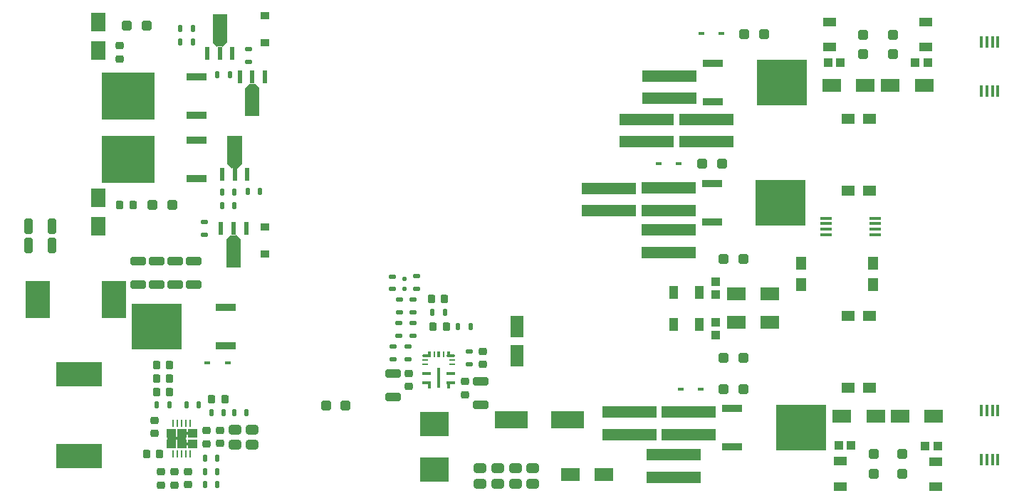
<source format=gbr>
%TF.GenerationSoftware,KiCad,Pcbnew,9.0.3+1*%
%TF.CreationDate,2025-08-21T21:39:02+01:00*%
%TF.ProjectId,Elytra,456c7974-7261-42e6-9b69-6361645f7063,rev?*%
%TF.SameCoordinates,Original*%
%TF.FileFunction,Paste,Top*%
%TF.FilePolarity,Positive*%
%FSLAX46Y46*%
G04 Gerber Fmt 4.6, Leading zero omitted, Abs format (unit mm)*
G04 Created by KiCad (PCBNEW 9.0.3+1) date 2025-08-21 21:39:02*
%MOMM*%
%LPD*%
G01*
G04 APERTURE LIST*
G04 Aperture macros list*
%AMRoundRect*
0 Rectangle with rounded corners*
0 $1 Rounding radius*
0 $2 $3 $4 $5 $6 $7 $8 $9 X,Y pos of 4 corners*
0 Add a 4 corners polygon primitive as box body*
4,1,4,$2,$3,$4,$5,$6,$7,$8,$9,$2,$3,0*
0 Add four circle primitives for the rounded corners*
1,1,$1+$1,$2,$3*
1,1,$1+$1,$4,$5*
1,1,$1+$1,$6,$7*
1,1,$1+$1,$8,$9*
0 Add four rect primitives between the rounded corners*
20,1,$1+$1,$2,$3,$4,$5,0*
20,1,$1+$1,$4,$5,$6,$7,0*
20,1,$1+$1,$6,$7,$8,$9,0*
20,1,$1+$1,$8,$9,$2,$3,0*%
G04 Aperture macros list end*
%ADD10C,0.000000*%
%ADD11R,6.520000X1.440000*%
%ADD12RoundRect,0.125000X0.125000X0.281400X-0.125000X0.281400X-0.125000X-0.281400X0.125000X-0.281400X0*%
%ADD13RoundRect,0.125000X-0.125000X-0.281400X0.125000X-0.281400X0.125000X0.281400X-0.125000X0.281400X0*%
%ADD14RoundRect,0.125000X-0.281400X0.125000X-0.281400X-0.125000X0.281400X-0.125000X0.281400X0.125000X0*%
%ADD15RoundRect,0.230000X0.230000X0.260000X-0.230000X0.260000X-0.230000X-0.260000X0.230000X-0.260000X0*%
%ADD16RoundRect,0.125000X0.281400X-0.125000X0.281400X0.125000X-0.281400X0.125000X-0.281400X-0.125000X0*%
%ADD17R,0.508000X1.625600*%
%ADD18R,0.609600X1.625600*%
%ADD19R,5.918200X5.511800*%
%ADD20R,2.489200X0.939800*%
%ADD21RoundRect,0.250000X-0.475000X0.325000X-0.475000X-0.325000X0.475000X-0.325000X0.475000X0.325000X0*%
%ADD22R,0.711200X0.406400*%
%ADD23R,1.600000X1.000000*%
%ADD24RoundRect,0.250000X-0.325000X-0.325000X0.325000X-0.325000X0.325000X0.325000X-0.325000X0.325000X0*%
%ADD25RoundRect,0.227500X-0.307500X0.227500X-0.307500X-0.227500X0.307500X-0.227500X0.307500X0.227500X0*%
%ADD26RoundRect,0.250000X0.325000X-0.325000X0.325000X0.325000X-0.325000X0.325000X-0.325000X-0.325000X0*%
%ADD27RoundRect,0.250000X-0.660000X0.260000X-0.660000X-0.260000X0.660000X-0.260000X0.660000X0.260000X0*%
%ADD28R,1.000000X1.600000*%
%ADD29R,3.500000X2.950000*%
%ADD30R,2.250000X1.600000*%
%ADD31R,1.050000X1.000000*%
%ADD32R,1.500000X1.300000*%
%ADD33R,1.600000X2.500000*%
%ADD34R,1.000000X1.050000*%
%ADD35R,3.900000X2.100000*%
%ADD36RoundRect,0.250000X-0.325000X0.325000X-0.325000X-0.325000X0.325000X-0.325000X0.325000X0.325000X0*%
%ADD37RoundRect,0.062500X-0.287500X0.062500X-0.287500X-0.062500X0.287500X-0.062500X0.287500X0.062500X0*%
%ADD38RoundRect,0.050000X-0.450000X0.150000X-0.450000X-0.150000X0.450000X-0.150000X0.450000X0.150000X0*%
%ADD39RoundRect,0.050000X-0.150000X-0.350000X0.150000X-0.350000X0.150000X0.350000X-0.150000X0.350000X0*%
%ADD40RoundRect,0.050000X0.450000X-0.150000X0.450000X0.150000X-0.450000X0.150000X-0.450000X-0.150000X0*%
%ADD41RoundRect,0.050000X-0.150000X-1.150000X0.150000X-1.150000X0.150000X1.150000X-0.150000X1.150000X0*%
%ADD42RoundRect,0.050000X-0.300000X0.075000X-0.300000X-0.075000X0.300000X-0.075000X0.300000X0.075000X0*%
%ADD43RoundRect,0.050000X0.450000X0.125000X-0.450000X0.125000X-0.450000X-0.125000X0.450000X-0.125000X0*%
%ADD44RoundRect,0.050000X-0.150000X-0.300000X0.150000X-0.300000X0.150000X0.300000X-0.150000X0.300000X0*%
%ADD45RoundRect,0.050000X-0.075000X-0.300000X0.075000X-0.300000X0.075000X0.300000X-0.075000X0.300000X0*%
%ADD46RoundRect,0.075000X-0.075000X-0.275000X0.075000X-0.275000X0.075000X0.275000X-0.075000X0.275000X0*%
%ADD47RoundRect,0.062500X-0.062500X-0.287500X0.062500X-0.287500X0.062500X0.287500X-0.062500X0.287500X0*%
%ADD48RoundRect,0.250000X0.325000X0.325000X-0.325000X0.325000X-0.325000X-0.325000X0.325000X-0.325000X0*%
%ADD49RoundRect,0.127000X-0.127000X0.152400X-0.127000X-0.152400X0.127000X-0.152400X0.127000X0.152400X0*%
%ADD50R,1.300000X1.500000*%
%ADD51R,0.450000X1.475000*%
%ADD52R,1.475000X0.450000*%
%ADD53R,6.299200X5.562600*%
%ADD54R,5.410200X2.895600*%
%ADD55RoundRect,0.250000X0.260000X0.660000X-0.260000X0.660000X-0.260000X-0.660000X0.260000X-0.660000X0*%
%ADD56RoundRect,0.250000X0.660000X-0.260000X0.660000X0.260000X-0.660000X0.260000X-0.660000X-0.260000X0*%
%ADD57R,2.311400X0.304800*%
%ADD58R,0.254000X0.889000*%
%ADD59R,2.950000X4.500000*%
%ADD60R,1.651000X2.184400*%
%ADD61RoundRect,0.230000X-0.260000X0.230000X-0.260000X-0.230000X0.260000X-0.230000X0.260000X0.230000X0*%
%ADD62RoundRect,0.230000X0.260000X-0.230000X0.260000X0.230000X-0.260000X0.230000X-0.260000X-0.230000X0*%
%ADD63RoundRect,0.230000X-0.230000X-0.260000X0.230000X-0.260000X0.230000X0.260000X-0.230000X0.260000X0*%
G04 APERTURE END LIST*
D10*
%TO.C,T1*%
G36*
X116179401Y-93188800D02*
G01*
X116179401Y-96554300D01*
X114477601Y-96554300D01*
X114477601Y-93188800D01*
X115023701Y-92642700D01*
X115023701Y-92718900D01*
X115633301Y-92718900D01*
X115633301Y-92642700D01*
X116179401Y-93188800D01*
G37*
%TO.C,T3*%
G36*
X114550900Y-69767300D02*
G01*
X114004800Y-70313400D01*
X114004800Y-70237200D01*
X113395200Y-70237200D01*
X113395200Y-70313400D01*
X112849100Y-69767300D01*
X112849100Y-66401800D01*
X114550900Y-66401800D01*
X114550900Y-69767300D01*
G37*
%TO.C,T4*%
G36*
X118425900Y-75182700D02*
G01*
X118425900Y-78548200D01*
X116724100Y-78548200D01*
X116724100Y-75182700D01*
X117270200Y-74636600D01*
X117270200Y-74712800D01*
X117879800Y-74712800D01*
X117879800Y-74636600D01*
X118425900Y-75182700D01*
G37*
%TO.C,T2*%
G36*
X116322400Y-84211200D02*
G01*
X115776300Y-84757300D01*
X115776300Y-84681100D01*
X115166700Y-84681100D01*
X115166700Y-84757300D01*
X114620600Y-84211200D01*
X114620600Y-80845700D01*
X116322400Y-80845700D01*
X116322400Y-84211200D01*
G37*
%TO.C,U6*%
G36*
X108447872Y-116807098D02*
G01*
X107377872Y-116807098D01*
X107377872Y-115737098D01*
X108447872Y-115737098D01*
X108447872Y-116807098D01*
G37*
G36*
X108447872Y-116807098D02*
G01*
X107377872Y-116807098D01*
X107377872Y-115737098D01*
X108447872Y-115737098D01*
X108447872Y-116807098D01*
G37*
G36*
X108447872Y-118077098D02*
G01*
X107377872Y-118077098D01*
X107377872Y-117007098D01*
X108447872Y-117007098D01*
X108447872Y-118077098D01*
G37*
G36*
X108447872Y-118077098D02*
G01*
X107377872Y-118077098D01*
X107377872Y-117007098D01*
X108447872Y-117007098D01*
X108447872Y-118077098D01*
G37*
G36*
X109717872Y-116807098D02*
G01*
X108647872Y-116807098D01*
X108647872Y-115737098D01*
X109717872Y-115737098D01*
X109717872Y-116807098D01*
G37*
G36*
X109717872Y-116807098D02*
G01*
X108647872Y-116807098D01*
X108647872Y-115737098D01*
X109717872Y-115737098D01*
X109717872Y-116807098D01*
G37*
G36*
X109717872Y-118077098D02*
G01*
X108647872Y-118077098D01*
X108647872Y-117007098D01*
X109717872Y-117007098D01*
X109717872Y-118077098D01*
G37*
G36*
X109717872Y-118077098D02*
G01*
X108647872Y-118077098D01*
X108647872Y-117007098D01*
X109717872Y-117007098D01*
X109717872Y-118077098D01*
G37*
G36*
X110987872Y-116807098D02*
G01*
X109917872Y-116807098D01*
X109917872Y-115737098D01*
X110987872Y-115737098D01*
X110987872Y-116807098D01*
G37*
G36*
X110987872Y-116807098D02*
G01*
X109917872Y-116807098D01*
X109917872Y-115737098D01*
X110987872Y-115737098D01*
X110987872Y-116807098D01*
G37*
G36*
X110987872Y-118077098D02*
G01*
X109917872Y-118077098D01*
X109917872Y-117007098D01*
X110987872Y-117007098D01*
X110987872Y-118077098D01*
G37*
G36*
X110987872Y-118077098D02*
G01*
X109917872Y-118077098D01*
X109917872Y-117007098D01*
X110987872Y-117007098D01*
X110987872Y-118077098D01*
G37*
%TD*%
D11*
%TO.C,R31*%
X167162600Y-76440000D03*
X167162600Y-73760000D03*
%TD*%
%TO.C,R29*%
X171587600Y-78900000D03*
X171587600Y-81580000D03*
%TD*%
%TO.C,R30*%
X164487600Y-78910000D03*
X164487600Y-81590000D03*
%TD*%
D12*
%TO.C,R2*%
X110478501Y-68100000D03*
X108978501Y-68100000D03*
%TD*%
D13*
%TO.C,R1*%
X108978501Y-69700000D03*
X110478501Y-69700000D03*
%TD*%
D14*
%TO.C,R3*%
X117150000Y-70600000D03*
X117150000Y-72100000D03*
%TD*%
D13*
%TO.C,R5*%
X113400000Y-73575000D03*
X114900000Y-73575000D03*
%TD*%
D15*
%TO.C,C15*%
X112757876Y-112207096D03*
X114307876Y-112207096D03*
%TD*%
D16*
%TO.C,R37*%
X111900000Y-92650000D03*
X111900000Y-91150000D03*
%TD*%
D12*
%TO.C,R36*%
X118500000Y-87500000D03*
X117000000Y-87500000D03*
%TD*%
%TO.C,R6*%
X115450000Y-87600000D03*
X113950000Y-87600000D03*
%TD*%
D17*
%TO.C,T1*%
X116828501Y-91906100D03*
D18*
X115328501Y-91906100D03*
D17*
X113828501Y-91906100D03*
%TD*%
%TO.C,T3*%
X112200000Y-71050000D03*
D18*
X113700000Y-71050000D03*
D17*
X115200000Y-71050000D03*
%TD*%
%TO.C,T4*%
X119075000Y-73900000D03*
D18*
X117575000Y-73900000D03*
D17*
X116075000Y-73900000D03*
%TD*%
%TO.C,T2*%
X113971500Y-85493900D03*
D18*
X115471500Y-85493900D03*
D17*
X116971500Y-85493900D03*
%TD*%
D16*
%TO.C,R_FF1*%
X134257340Y-97615495D03*
X134257340Y-99115495D03*
%TD*%
D19*
%TO.C,U7*%
X182787599Y-115600000D03*
D20*
X174608799Y-117886000D03*
X174608799Y-113314000D03*
%TD*%
D21*
%TO.C,C20*%
X117509893Y-117615458D03*
X117509893Y-115815458D03*
%TD*%
D22*
%TO.C,CR11*%
X168281400Y-84200000D03*
X165893800Y-84200000D03*
%TD*%
D14*
%TO.C,R_RT1*%
X136657341Y-104643995D03*
X136657341Y-103143995D03*
%TD*%
D23*
%TO.C,F6*%
X197652600Y-67300000D03*
X197652600Y-70300000D03*
%TD*%
D21*
%TO.C,C_OUT4*%
X144636157Y-122250000D03*
X144636157Y-120450000D03*
%TD*%
D24*
%TO.C,R9*%
X175937600Y-111050000D03*
X173587600Y-111050000D03*
%TD*%
D21*
%TO.C,C_OUT3*%
X146737600Y-122250000D03*
X146737600Y-120450000D03*
%TD*%
D25*
%TO.C,D1*%
X119087599Y-66594999D03*
X119087599Y-69804999D03*
%TD*%
D24*
%TO.C,R34*%
X178437600Y-68800000D03*
X176087600Y-68800000D03*
%TD*%
D11*
%TO.C,R24*%
X167087600Y-94740000D03*
X167087600Y-92060000D03*
%TD*%
D26*
%TO.C,R32*%
X193712600Y-68825000D03*
X193712600Y-71175000D03*
%TD*%
D27*
%TO.C,C_IN1*%
X134272602Y-111924997D03*
X134272602Y-109124999D03*
%TD*%
D28*
%TO.C,F3*%
X167687600Y-99550000D03*
X170687600Y-99550000D03*
%TD*%
D11*
%TO.C,R12*%
X162387600Y-113760000D03*
X162387600Y-116440000D03*
%TD*%
D16*
%TO.C,R_RT2*%
X134957339Y-103143996D03*
X134957339Y-104643996D03*
%TD*%
D11*
%TO.C,R14*%
X169487600Y-113760000D03*
X169487600Y-116440000D03*
%TD*%
%TO.C,R26*%
X159950000Y-87120000D03*
X159950000Y-89800000D03*
%TD*%
D29*
%TO.C,L_SW1*%
X139257337Y-120618996D03*
X139257337Y-115168996D03*
%TD*%
D30*
%TO.C,D7*%
X175087598Y-103100000D03*
X179087598Y-103100000D03*
%TD*%
D14*
%TO.C,R_FBB2*%
X136657339Y-101893995D03*
X136657339Y-100393995D03*
%TD*%
D31*
%TO.C,CR9*%
X186002600Y-72150000D03*
X187502600Y-72150000D03*
%TD*%
D32*
%TO.C,K5*%
X188377600Y-78875000D03*
X190917600Y-78875000D03*
X190917600Y-87425000D03*
X188377600Y-87425000D03*
%TD*%
D24*
%TO.C,R27*%
X175962600Y-107300000D03*
X173612600Y-107300000D03*
%TD*%
D19*
%TO.C,U9*%
X180502900Y-74500000D03*
D20*
X172324100Y-76786000D03*
X172324100Y-72214000D03*
%TD*%
D13*
%TO.C,R_BIAS1*%
X143537600Y-103600000D03*
X142037600Y-103600000D03*
%TD*%
D11*
%TO.C,R13*%
X167687600Y-121540000D03*
X167687600Y-118860000D03*
%TD*%
D31*
%TO.C,CR6*%
X187287599Y-117750003D03*
X188787599Y-117750003D03*
%TD*%
D33*
%TO.C,C_IN-BLK1*%
X149051086Y-103537744D03*
X149051086Y-107037744D03*
%TD*%
D13*
%TO.C,R20*%
X116900000Y-113850000D03*
X115400000Y-113850000D03*
%TD*%
D21*
%TO.C,C_OUT2*%
X148837599Y-122250000D03*
X148837599Y-120450000D03*
%TD*%
D34*
%TO.C,CR8*%
X172637600Y-103100000D03*
X172637600Y-104600000D03*
%TD*%
%TO.C,CR7*%
X172637600Y-99750000D03*
X172637600Y-98250000D03*
%TD*%
D32*
%TO.C,K3*%
X190917600Y-110900000D03*
X188377600Y-110900000D03*
X188377600Y-102350000D03*
X190917600Y-102350000D03*
%TD*%
D35*
%TO.C,C_OUT5*%
X148351086Y-114637744D03*
X155051086Y-114637744D03*
%TD*%
D36*
%TO.C,R15*%
X191487600Y-121099999D03*
X191487600Y-118749999D03*
%TD*%
D23*
%TO.C,F1*%
X198837599Y-122650002D03*
X198837599Y-119650002D03*
%TD*%
D27*
%TO.C,C_IN2*%
X144757339Y-112893996D03*
X144757339Y-110093996D03*
%TD*%
D19*
%TO.C,U8*%
X180408650Y-88850000D03*
D20*
X172229850Y-91136000D03*
X172229850Y-86564000D03*
%TD*%
D26*
%TO.C,R28*%
X190157600Y-68825000D03*
X190157600Y-71175000D03*
%TD*%
D16*
%TO.C,R_ENB1*%
X134337600Y-105950000D03*
X134337600Y-107450000D03*
%TD*%
D30*
%TO.C,D5*%
X187677599Y-114224999D03*
X191677599Y-114224999D03*
%TD*%
D24*
%TO.C,R18*%
X175957598Y-95520000D03*
X173607598Y-95520000D03*
%TD*%
D14*
%TO.C,R_BT1*%
X143387599Y-108075000D03*
X143387599Y-106575000D03*
%TD*%
D23*
%TO.C,F2*%
X187487599Y-122600001D03*
X187487599Y-119600001D03*
%TD*%
D37*
%TO.C,U1*%
X141357338Y-107568996D03*
X141357338Y-108068995D03*
D38*
X141207339Y-109143994D03*
D39*
X140907339Y-110493994D03*
D40*
X141207339Y-110293995D03*
D41*
X139757339Y-109693996D03*
D39*
X138607339Y-110483994D03*
D38*
X138307339Y-110283995D03*
X138307339Y-109143994D03*
D42*
X138157340Y-108068995D03*
X138157340Y-107568996D03*
D43*
X138307339Y-107018995D03*
D44*
X138607339Y-106843996D03*
D45*
X139232339Y-106843996D03*
D46*
X139757339Y-106843996D03*
D47*
X140282339Y-106843996D03*
D43*
X141207339Y-107018995D03*
D44*
X140907339Y-106843996D03*
%TD*%
D28*
%TO.C,F4*%
X167687600Y-103300000D03*
X170687600Y-103300000D03*
%TD*%
D48*
%TO.C,R11*%
X126312600Y-113000000D03*
X128662600Y-113000000D03*
%TD*%
D30*
%TO.C,D9*%
X197437600Y-74850000D03*
X193437600Y-74850000D03*
%TD*%
D24*
%TO.C,R33*%
X173437600Y-84200000D03*
X171087600Y-84200000D03*
%TD*%
D21*
%TO.C,C21*%
X115509896Y-117615452D03*
X115509896Y-115815452D03*
%TD*%
D23*
%TO.C,F5*%
X186212600Y-67300000D03*
X186212600Y-70300000D03*
%TD*%
D49*
%TO.C,C_FF1*%
X135657339Y-99050000D03*
X135657339Y-97907000D03*
%TD*%
D31*
%TO.C,CR10*%
X197862600Y-72150000D03*
X196362600Y-72150000D03*
%TD*%
D22*
%TO.C,CR3*%
X170887600Y-111000000D03*
X168500000Y-111000000D03*
%TD*%
D36*
%TO.C,R10*%
X194887600Y-121100004D03*
X194887600Y-118750004D03*
%TD*%
D14*
%TO.C,R_FBT1*%
X137074841Y-99073896D03*
X137074841Y-97573896D03*
%TD*%
D30*
%TO.C,D4*%
X198577601Y-114225000D03*
X194577601Y-114225000D03*
%TD*%
D22*
%TO.C,CR12*%
X173375200Y-68700000D03*
X170987600Y-68700000D03*
%TD*%
D14*
%TO.C,R_ENT1*%
X136057339Y-107443994D03*
X136057339Y-105943994D03*
%TD*%
D50*
%TO.C,K4*%
X182862600Y-98600000D03*
X182862600Y-96060000D03*
X191412600Y-96060000D03*
X191412600Y-98600000D03*
%TD*%
D30*
%TO.C,D3*%
X155387600Y-121200000D03*
X159387600Y-121200000D03*
%TD*%
D16*
%TO.C,R_FBB1*%
X135057340Y-100393995D03*
X135057340Y-101893995D03*
%TD*%
D30*
%TO.C,D6*%
X175087598Y-99724999D03*
X179087598Y-99724999D03*
%TD*%
D31*
%TO.C,CR4*%
X199064130Y-117777360D03*
X197564130Y-117777360D03*
%TD*%
D11*
%TO.C,R25*%
X167093350Y-87110000D03*
X167093350Y-89790000D03*
%TD*%
D30*
%TO.C,D8*%
X186427600Y-74860000D03*
X190427600Y-74860000D03*
%TD*%
D13*
%TO.C,R_PG1*%
X140507340Y-101893995D03*
X139007340Y-101893995D03*
%TD*%
D21*
%TO.C,C_OUT1*%
X150937597Y-122250000D03*
X150937597Y-120450000D03*
%TD*%
D25*
%TO.C,D2*%
X119087500Y-91715000D03*
X119087500Y-94925000D03*
%TD*%
D51*
%TO.C,IC1*%
X206227600Y-119451000D03*
X205577600Y-119451000D03*
X204927600Y-119451000D03*
X204277600Y-119451000D03*
X204277600Y-113575000D03*
X204927600Y-113575000D03*
X205577600Y-113575000D03*
X206227600Y-113575000D03*
%TD*%
D52*
%TO.C,IC2*%
X185749600Y-92625000D03*
X185749600Y-91975000D03*
X185749600Y-91325000D03*
X185749600Y-90675000D03*
X191625600Y-90675000D03*
X191625600Y-91325000D03*
X191625600Y-91975000D03*
X191625600Y-92625000D03*
%TD*%
D51*
%TO.C,IC3*%
X206227600Y-75550000D03*
X205577600Y-75550000D03*
X204927600Y-75550000D03*
X204277600Y-75550000D03*
X204277600Y-69674000D03*
X204927600Y-69674000D03*
X205577600Y-69674000D03*
X206227600Y-69674000D03*
%TD*%
D20*
%TO.C,U11*%
X110936271Y-78466626D03*
X110936271Y-73894626D03*
D53*
X102782871Y-76180626D03*
%TD*%
D20*
%TO.C,U3*%
X110936271Y-85966626D03*
X110936271Y-81394626D03*
D53*
X102782871Y-83680626D03*
%TD*%
D13*
%TO.C,R35*%
X113950000Y-89200000D03*
X115450000Y-89200000D03*
%TD*%
%TO.C,R23*%
X111932875Y-119255627D03*
X113432875Y-119255627D03*
%TD*%
%TO.C,R17*%
X106182875Y-112907098D03*
X107682875Y-112907098D03*
%TD*%
%TO.C,R19*%
X112687371Y-113793761D03*
X114187371Y-113793761D03*
%TD*%
D48*
%TO.C,R8*%
X108082869Y-89080626D03*
X105732869Y-89080626D03*
%TD*%
D20*
%TO.C,U10*%
X114390621Y-105890155D03*
X114390621Y-101318155D03*
D19*
X106211821Y-103604155D03*
%TD*%
D54*
%TO.C,L2*%
X96932871Y-109279227D03*
X96932871Y-118982027D03*
%TD*%
D55*
%TO.C,C1*%
X93782872Y-93950625D03*
X90982872Y-93950625D03*
%TD*%
D56*
%TO.C,C3*%
X106232871Y-98580627D03*
X106232871Y-95780627D03*
%TD*%
D57*
%TO.C,U6*%
X108532873Y-116907098D03*
D58*
X108182871Y-118757097D03*
X108682873Y-118757097D03*
X109182872Y-118757097D03*
X109682871Y-118757097D03*
X110182873Y-118757097D03*
D57*
X109832871Y-117507097D03*
X109832871Y-116307099D03*
D58*
X110182873Y-115057099D03*
X109682871Y-115057099D03*
X109182872Y-115057099D03*
X108682873Y-115057099D03*
X108182871Y-115057099D03*
%TD*%
D56*
%TO.C,C4*%
X104032871Y-98580627D03*
X104032871Y-95780627D03*
%TD*%
D48*
%TO.C,R4*%
X105000000Y-67750000D03*
X102650000Y-67750000D03*
%TD*%
D59*
%TO.C,L1*%
X92057871Y-100330627D03*
X101107871Y-100330627D03*
%TD*%
D60*
%TO.C,CR2*%
X99282871Y-88278827D03*
X99282871Y-91682427D03*
%TD*%
D13*
%TO.C,R21*%
X111932876Y-122407096D03*
X113432876Y-122407096D03*
%TD*%
D55*
%TO.C,C2*%
X93782872Y-91680627D03*
X90982872Y-91680627D03*
%TD*%
D56*
%TO.C,C6*%
X108432871Y-98580627D03*
X108432871Y-95780627D03*
%TD*%
D22*
%TO.C,CR5*%
X114626671Y-107930627D03*
X112239071Y-107930627D03*
%TD*%
D60*
%TO.C,CR1*%
X99282871Y-70734227D03*
X99282871Y-67330627D03*
%TD*%
D56*
%TO.C,C5*%
X110632871Y-98580627D03*
X110632871Y-95780627D03*
%TD*%
D12*
%TO.C,R16*%
X111222159Y-112922527D03*
X109722159Y-112922527D03*
%TD*%
%TO.C,R22*%
X113432871Y-120855626D03*
X111932871Y-120855626D03*
%TD*%
D15*
%TO.C,C_BIAS1*%
X139082340Y-103593995D03*
X140632340Y-103593995D03*
%TD*%
D61*
%TO.C,C_IN_HFI2*%
X142857340Y-111668995D03*
X142857340Y-110118995D03*
%TD*%
%TO.C,C_IN_HFI1*%
X136172603Y-110699997D03*
X136172603Y-109149997D03*
%TD*%
D15*
%TO.C,C_VCC1*%
X138882339Y-100293995D03*
X140432339Y-100293995D03*
%TD*%
D62*
%TO.C,C_BT1*%
X144987600Y-106550000D03*
X144987600Y-108100000D03*
%TD*%
D61*
%TO.C,C19*%
X113710229Y-117499216D03*
X113710229Y-115949216D03*
%TD*%
%TO.C,C18*%
X109906070Y-120865751D03*
X109906070Y-122415751D03*
%TD*%
D63*
%TO.C,C11*%
X106182871Y-111355627D03*
X107732871Y-111355627D03*
%TD*%
%TO.C,C10*%
X106193585Y-109790193D03*
X107743585Y-109790193D03*
%TD*%
D61*
%TO.C,C13*%
X106679072Y-120883570D03*
X106679072Y-122433570D03*
%TD*%
D62*
%TO.C,C14*%
X105932875Y-116307094D03*
X105932875Y-114757094D03*
%TD*%
D15*
%TO.C,C12*%
X106532877Y-118757097D03*
X104982877Y-118757097D03*
%TD*%
D63*
%TO.C,C9*%
X106193587Y-108190192D03*
X107743587Y-108190192D03*
%TD*%
D61*
%TO.C,C17*%
X108332876Y-120882095D03*
X108332876Y-122432095D03*
%TD*%
D62*
%TO.C,C7*%
X101800000Y-71725000D03*
X101800000Y-70175000D03*
%TD*%
D61*
%TO.C,C16*%
X112132876Y-115957096D03*
X112132876Y-117507096D03*
%TD*%
D63*
%TO.C,C8*%
X101832870Y-89113023D03*
X103382870Y-89113023D03*
%TD*%
M02*

</source>
